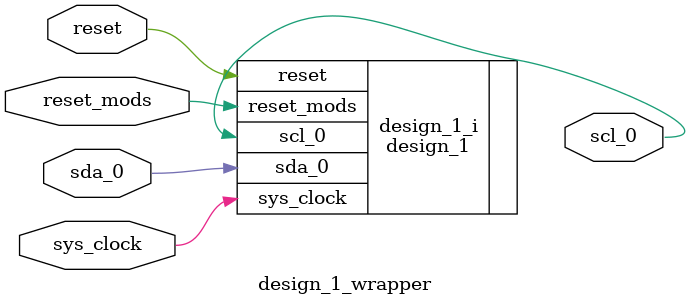
<source format=v>
`timescale 1 ps / 1 ps

module design_1_wrapper
   (reset,
    reset_mods,
    scl_0,
    sda_0,
    sys_clock);
  input reset;
  input reset_mods;
  output scl_0;
  inout sda_0;
  input sys_clock;

  wire reset;
  wire reset_mods;
  wire scl_0;
  wire sda_0;
  wire sys_clock;

  design_1 design_1_i
       (.reset(reset),
        .reset_mods(reset_mods),
        .scl_0(scl_0),
        .sda_0(sda_0),
        .sys_clock(sys_clock));
endmodule

</source>
